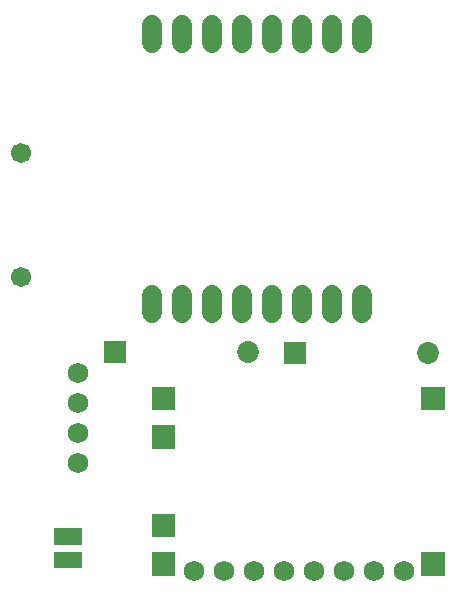
<source format=gbs>
G04 Layer: BottomSolderMaskLayer*
G04 EasyEDA v6.4.25, 2022-03-11T05:41:43+01:00*
G04 Gerber Generator version 0.2*
G04 Scale: 100 percent, Rotated: No, Reflected: No *
G04 Dimensions in millimeters *
G04 leading zeros omitted , absolute positions ,4 integer and 5 decimal *
%FSLAX45Y45*%
%MOMM*%

%ADD26C,1.7272*%
%ADD28C,1.8532*%
%ADD30C,1.7016*%

%LPD*%
D26*
X2159000Y7251700D02*
G01*
X2159000Y7404100D01*
X2413000Y7251700D02*
G01*
X2413000Y7404100D01*
X2667000Y7251700D02*
G01*
X2667000Y7404100D01*
X2921000Y7251700D02*
G01*
X2921000Y7404100D01*
X3175000Y7251700D02*
G01*
X3175000Y7404100D01*
X3429000Y7251700D02*
G01*
X3429000Y7404100D01*
X3683000Y7251700D02*
G01*
X3683000Y7404100D01*
X3937000Y7251700D02*
G01*
X3937000Y7404100D01*
X3937000Y9537700D02*
G01*
X3937000Y9690100D01*
X3683000Y9537700D02*
G01*
X3683000Y9690100D01*
X3429000Y9537700D02*
G01*
X3429000Y9690100D01*
X3175000Y9537700D02*
G01*
X3175000Y9690100D01*
X2921000Y9537700D02*
G01*
X2921000Y9690100D01*
X2667000Y9537700D02*
G01*
X2667000Y9690100D01*
X2413000Y9537700D02*
G01*
X2413000Y9690100D01*
X2159000Y9537700D02*
G01*
X2159000Y9690100D01*
G36*
X3281934Y6816089D02*
G01*
X3281934Y7001510D01*
X3467100Y7001510D01*
X3467100Y6816089D01*
G37*
D28*
G01*
X4499508Y6908800D03*
G36*
X1757934Y6828789D02*
G01*
X1757934Y7014210D01*
X1943100Y7014210D01*
X1943100Y6828789D01*
G37*
G01*
X2975508Y6921500D03*
D26*
G01*
X1536700Y6743700D03*
G01*
X1536700Y6489700D03*
G01*
X1536700Y6235700D03*
G01*
X1536700Y5981700D03*
G36*
X1329689Y5087620D02*
G01*
X1329689Y5227828D01*
X1565910Y5227828D01*
X1565910Y5087620D01*
G37*
G36*
X1329689Y5287771D02*
G01*
X1329689Y5427979D01*
X1565910Y5427979D01*
X1565910Y5287771D01*
G37*
D30*
G01*
X1054100Y7552181D03*
G01*
X1054100Y8602192D03*
G36*
X4440681Y5025389D02*
G01*
X4440681Y5225542D01*
X4640834Y5225542D01*
X4640834Y5025389D01*
G37*
G36*
X4440681Y6425437D02*
G01*
X4440681Y6625589D01*
X4640834Y6625589D01*
X4640834Y6425437D01*
G37*
G36*
X2160270Y5025389D02*
G01*
X2160270Y5225542D01*
X2360422Y5225542D01*
X2360422Y5025389D01*
G37*
G36*
X2160270Y6425437D02*
G01*
X2160270Y6625589D01*
X2360422Y6625589D01*
X2360422Y6425437D01*
G37*
G36*
X2160270Y5350510D02*
G01*
X2160270Y5550662D01*
X2360422Y5550662D01*
X2360422Y5350510D01*
G37*
G36*
X2160270Y6100318D02*
G01*
X2160270Y6300470D01*
X2360422Y6300470D01*
X2360422Y6100318D01*
G37*
D26*
G01*
X4292600Y5067300D03*
G01*
X4038600Y5067300D03*
G01*
X3784600Y5067300D03*
G01*
X3530600Y5067300D03*
G01*
X3276600Y5067300D03*
G01*
X3022600Y5067300D03*
G01*
X2768600Y5067300D03*
G01*
X2514600Y5067300D03*
M02*

</source>
